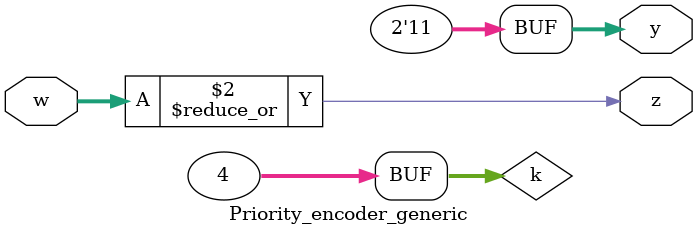
<source format=v>
`timescale 1ns / 1ps


module Priority_encoder_generic
#(parameter n = 4)
   (
    input [n-1 : 0] w,
    output z,
    output reg [$clog2(n)-1 : 0]y
    );
    integer k;
    assign z = |w;
    always @(w)
    begin
    y = 'bx;
    for(k = 0; k < n; k = k+1)
    y = k;   /*it will continue assign till we ge the greatest index  and the rest is zeroes and it will over write on the lower indecies*/
    end
endmodule

</source>
